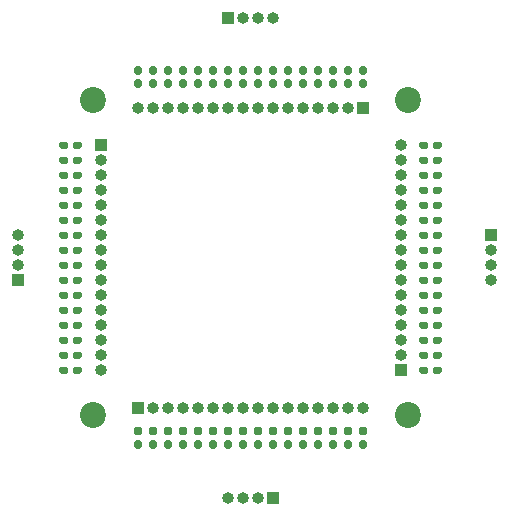
<source format=gbs>
%TF.GenerationSoftware,KiCad,Pcbnew,5.1.10*%
%TF.CreationDate,2021-10-22T01:17:49+03:00*%
%TF.ProjectId,breakouts_qfp,62726561-6b6f-4757-9473-5f7166702e6b,rev?*%
%TF.SameCoordinates,Original*%
%TF.FileFunction,Soldermask,Bot*%
%TF.FilePolarity,Negative*%
%FSLAX46Y46*%
G04 Gerber Fmt 4.6, Leading zero omitted, Abs format (unit mm)*
G04 Created by KiCad (PCBNEW 5.1.10) date 2021-10-22 01:17:49*
%MOMM*%
%LPD*%
G01*
G04 APERTURE LIST*
%ADD10O,1.000000X1.000000*%
%ADD11R,1.000000X1.000000*%
%ADD12C,2.200000*%
G04 APERTURE END LIST*
D10*
%TO.C,J8*%
X151130000Y-73025000D03*
X151130000Y-71755000D03*
X151130000Y-70485000D03*
D11*
X151130000Y-69215000D03*
%TD*%
D10*
%TO.C,J7*%
X128905000Y-91440000D03*
X130175000Y-91440000D03*
X131445000Y-91440000D03*
D11*
X132715000Y-91440000D03*
%TD*%
D10*
%TO.C,J6*%
X132715000Y-50800000D03*
X131445000Y-50800000D03*
X130175000Y-50800000D03*
D11*
X128905000Y-50800000D03*
%TD*%
D10*
%TO.C,J5*%
X111125000Y-69215000D03*
X111125000Y-70485000D03*
X111125000Y-71755000D03*
D11*
X111125000Y-73025000D03*
%TD*%
%TO.C,JP64*%
G36*
G01*
X140490000Y-86160000D02*
X140180000Y-86160000D01*
G75*
G02*
X140025000Y-86005000I0J155000D01*
G01*
X140025000Y-85580000D01*
G75*
G02*
X140180000Y-85425000I155000J0D01*
G01*
X140490000Y-85425000D01*
G75*
G02*
X140645000Y-85580000I0J-155000D01*
G01*
X140645000Y-86005000D01*
G75*
G02*
X140490000Y-86160000I-155000J0D01*
G01*
G37*
G36*
G01*
X140490000Y-87295000D02*
X140180000Y-87295000D01*
G75*
G02*
X140025000Y-87140000I0J155000D01*
G01*
X140025000Y-86715000D01*
G75*
G02*
X140180000Y-86560000I155000J0D01*
G01*
X140490000Y-86560000D01*
G75*
G02*
X140645000Y-86715000I0J-155000D01*
G01*
X140645000Y-87140000D01*
G75*
G02*
X140490000Y-87295000I-155000J0D01*
G01*
G37*
%TD*%
%TO.C,JP63*%
G36*
G01*
X139220000Y-86160000D02*
X138910000Y-86160000D01*
G75*
G02*
X138755000Y-86005000I0J155000D01*
G01*
X138755000Y-85580000D01*
G75*
G02*
X138910000Y-85425000I155000J0D01*
G01*
X139220000Y-85425000D01*
G75*
G02*
X139375000Y-85580000I0J-155000D01*
G01*
X139375000Y-86005000D01*
G75*
G02*
X139220000Y-86160000I-155000J0D01*
G01*
G37*
G36*
G01*
X139220000Y-87295000D02*
X138910000Y-87295000D01*
G75*
G02*
X138755000Y-87140000I0J155000D01*
G01*
X138755000Y-86715000D01*
G75*
G02*
X138910000Y-86560000I155000J0D01*
G01*
X139220000Y-86560000D01*
G75*
G02*
X139375000Y-86715000I0J-155000D01*
G01*
X139375000Y-87140000D01*
G75*
G02*
X139220000Y-87295000I-155000J0D01*
G01*
G37*
%TD*%
%TO.C,JP62*%
G36*
G01*
X137950000Y-86160000D02*
X137640000Y-86160000D01*
G75*
G02*
X137485000Y-86005000I0J155000D01*
G01*
X137485000Y-85580000D01*
G75*
G02*
X137640000Y-85425000I155000J0D01*
G01*
X137950000Y-85425000D01*
G75*
G02*
X138105000Y-85580000I0J-155000D01*
G01*
X138105000Y-86005000D01*
G75*
G02*
X137950000Y-86160000I-155000J0D01*
G01*
G37*
G36*
G01*
X137950000Y-87295000D02*
X137640000Y-87295000D01*
G75*
G02*
X137485000Y-87140000I0J155000D01*
G01*
X137485000Y-86715000D01*
G75*
G02*
X137640000Y-86560000I155000J0D01*
G01*
X137950000Y-86560000D01*
G75*
G02*
X138105000Y-86715000I0J-155000D01*
G01*
X138105000Y-87140000D01*
G75*
G02*
X137950000Y-87295000I-155000J0D01*
G01*
G37*
%TD*%
%TO.C,JP61*%
G36*
G01*
X136680000Y-86160000D02*
X136370000Y-86160000D01*
G75*
G02*
X136215000Y-86005000I0J155000D01*
G01*
X136215000Y-85580000D01*
G75*
G02*
X136370000Y-85425000I155000J0D01*
G01*
X136680000Y-85425000D01*
G75*
G02*
X136835000Y-85580000I0J-155000D01*
G01*
X136835000Y-86005000D01*
G75*
G02*
X136680000Y-86160000I-155000J0D01*
G01*
G37*
G36*
G01*
X136680000Y-87295000D02*
X136370000Y-87295000D01*
G75*
G02*
X136215000Y-87140000I0J155000D01*
G01*
X136215000Y-86715000D01*
G75*
G02*
X136370000Y-86560000I155000J0D01*
G01*
X136680000Y-86560000D01*
G75*
G02*
X136835000Y-86715000I0J-155000D01*
G01*
X136835000Y-87140000D01*
G75*
G02*
X136680000Y-87295000I-155000J0D01*
G01*
G37*
%TD*%
%TO.C,JP60*%
G36*
G01*
X135410000Y-86160000D02*
X135100000Y-86160000D01*
G75*
G02*
X134945000Y-86005000I0J155000D01*
G01*
X134945000Y-85580000D01*
G75*
G02*
X135100000Y-85425000I155000J0D01*
G01*
X135410000Y-85425000D01*
G75*
G02*
X135565000Y-85580000I0J-155000D01*
G01*
X135565000Y-86005000D01*
G75*
G02*
X135410000Y-86160000I-155000J0D01*
G01*
G37*
G36*
G01*
X135410000Y-87295000D02*
X135100000Y-87295000D01*
G75*
G02*
X134945000Y-87140000I0J155000D01*
G01*
X134945000Y-86715000D01*
G75*
G02*
X135100000Y-86560000I155000J0D01*
G01*
X135410000Y-86560000D01*
G75*
G02*
X135565000Y-86715000I0J-155000D01*
G01*
X135565000Y-87140000D01*
G75*
G02*
X135410000Y-87295000I-155000J0D01*
G01*
G37*
%TD*%
%TO.C,JP59*%
G36*
G01*
X134140000Y-86160000D02*
X133830000Y-86160000D01*
G75*
G02*
X133675000Y-86005000I0J155000D01*
G01*
X133675000Y-85580000D01*
G75*
G02*
X133830000Y-85425000I155000J0D01*
G01*
X134140000Y-85425000D01*
G75*
G02*
X134295000Y-85580000I0J-155000D01*
G01*
X134295000Y-86005000D01*
G75*
G02*
X134140000Y-86160000I-155000J0D01*
G01*
G37*
G36*
G01*
X134140000Y-87295000D02*
X133830000Y-87295000D01*
G75*
G02*
X133675000Y-87140000I0J155000D01*
G01*
X133675000Y-86715000D01*
G75*
G02*
X133830000Y-86560000I155000J0D01*
G01*
X134140000Y-86560000D01*
G75*
G02*
X134295000Y-86715000I0J-155000D01*
G01*
X134295000Y-87140000D01*
G75*
G02*
X134140000Y-87295000I-155000J0D01*
G01*
G37*
%TD*%
%TO.C,JP58*%
G36*
G01*
X132870000Y-86160000D02*
X132560000Y-86160000D01*
G75*
G02*
X132405000Y-86005000I0J155000D01*
G01*
X132405000Y-85580000D01*
G75*
G02*
X132560000Y-85425000I155000J0D01*
G01*
X132870000Y-85425000D01*
G75*
G02*
X133025000Y-85580000I0J-155000D01*
G01*
X133025000Y-86005000D01*
G75*
G02*
X132870000Y-86160000I-155000J0D01*
G01*
G37*
G36*
G01*
X132870000Y-87295000D02*
X132560000Y-87295000D01*
G75*
G02*
X132405000Y-87140000I0J155000D01*
G01*
X132405000Y-86715000D01*
G75*
G02*
X132560000Y-86560000I155000J0D01*
G01*
X132870000Y-86560000D01*
G75*
G02*
X133025000Y-86715000I0J-155000D01*
G01*
X133025000Y-87140000D01*
G75*
G02*
X132870000Y-87295000I-155000J0D01*
G01*
G37*
%TD*%
%TO.C,JP57*%
G36*
G01*
X131600000Y-86160000D02*
X131290000Y-86160000D01*
G75*
G02*
X131135000Y-86005000I0J155000D01*
G01*
X131135000Y-85580000D01*
G75*
G02*
X131290000Y-85425000I155000J0D01*
G01*
X131600000Y-85425000D01*
G75*
G02*
X131755000Y-85580000I0J-155000D01*
G01*
X131755000Y-86005000D01*
G75*
G02*
X131600000Y-86160000I-155000J0D01*
G01*
G37*
G36*
G01*
X131600000Y-87295000D02*
X131290000Y-87295000D01*
G75*
G02*
X131135000Y-87140000I0J155000D01*
G01*
X131135000Y-86715000D01*
G75*
G02*
X131290000Y-86560000I155000J0D01*
G01*
X131600000Y-86560000D01*
G75*
G02*
X131755000Y-86715000I0J-155000D01*
G01*
X131755000Y-87140000D01*
G75*
G02*
X131600000Y-87295000I-155000J0D01*
G01*
G37*
%TD*%
%TO.C,JP56*%
G36*
G01*
X130330000Y-86160000D02*
X130020000Y-86160000D01*
G75*
G02*
X129865000Y-86005000I0J155000D01*
G01*
X129865000Y-85580000D01*
G75*
G02*
X130020000Y-85425000I155000J0D01*
G01*
X130330000Y-85425000D01*
G75*
G02*
X130485000Y-85580000I0J-155000D01*
G01*
X130485000Y-86005000D01*
G75*
G02*
X130330000Y-86160000I-155000J0D01*
G01*
G37*
G36*
G01*
X130330000Y-87295000D02*
X130020000Y-87295000D01*
G75*
G02*
X129865000Y-87140000I0J155000D01*
G01*
X129865000Y-86715000D01*
G75*
G02*
X130020000Y-86560000I155000J0D01*
G01*
X130330000Y-86560000D01*
G75*
G02*
X130485000Y-86715000I0J-155000D01*
G01*
X130485000Y-87140000D01*
G75*
G02*
X130330000Y-87295000I-155000J0D01*
G01*
G37*
%TD*%
%TO.C,JP55*%
G36*
G01*
X129060000Y-86160000D02*
X128750000Y-86160000D01*
G75*
G02*
X128595000Y-86005000I0J155000D01*
G01*
X128595000Y-85580000D01*
G75*
G02*
X128750000Y-85425000I155000J0D01*
G01*
X129060000Y-85425000D01*
G75*
G02*
X129215000Y-85580000I0J-155000D01*
G01*
X129215000Y-86005000D01*
G75*
G02*
X129060000Y-86160000I-155000J0D01*
G01*
G37*
G36*
G01*
X129060000Y-87295000D02*
X128750000Y-87295000D01*
G75*
G02*
X128595000Y-87140000I0J155000D01*
G01*
X128595000Y-86715000D01*
G75*
G02*
X128750000Y-86560000I155000J0D01*
G01*
X129060000Y-86560000D01*
G75*
G02*
X129215000Y-86715000I0J-155000D01*
G01*
X129215000Y-87140000D01*
G75*
G02*
X129060000Y-87295000I-155000J0D01*
G01*
G37*
%TD*%
%TO.C,JP54*%
G36*
G01*
X127790000Y-86160000D02*
X127480000Y-86160000D01*
G75*
G02*
X127325000Y-86005000I0J155000D01*
G01*
X127325000Y-85580000D01*
G75*
G02*
X127480000Y-85425000I155000J0D01*
G01*
X127790000Y-85425000D01*
G75*
G02*
X127945000Y-85580000I0J-155000D01*
G01*
X127945000Y-86005000D01*
G75*
G02*
X127790000Y-86160000I-155000J0D01*
G01*
G37*
G36*
G01*
X127790000Y-87295000D02*
X127480000Y-87295000D01*
G75*
G02*
X127325000Y-87140000I0J155000D01*
G01*
X127325000Y-86715000D01*
G75*
G02*
X127480000Y-86560000I155000J0D01*
G01*
X127790000Y-86560000D01*
G75*
G02*
X127945000Y-86715000I0J-155000D01*
G01*
X127945000Y-87140000D01*
G75*
G02*
X127790000Y-87295000I-155000J0D01*
G01*
G37*
%TD*%
%TO.C,JP53*%
G36*
G01*
X126520000Y-86160000D02*
X126210000Y-86160000D01*
G75*
G02*
X126055000Y-86005000I0J155000D01*
G01*
X126055000Y-85580000D01*
G75*
G02*
X126210000Y-85425000I155000J0D01*
G01*
X126520000Y-85425000D01*
G75*
G02*
X126675000Y-85580000I0J-155000D01*
G01*
X126675000Y-86005000D01*
G75*
G02*
X126520000Y-86160000I-155000J0D01*
G01*
G37*
G36*
G01*
X126520000Y-87295000D02*
X126210000Y-87295000D01*
G75*
G02*
X126055000Y-87140000I0J155000D01*
G01*
X126055000Y-86715000D01*
G75*
G02*
X126210000Y-86560000I155000J0D01*
G01*
X126520000Y-86560000D01*
G75*
G02*
X126675000Y-86715000I0J-155000D01*
G01*
X126675000Y-87140000D01*
G75*
G02*
X126520000Y-87295000I-155000J0D01*
G01*
G37*
%TD*%
%TO.C,JP52*%
G36*
G01*
X125250000Y-86160000D02*
X124940000Y-86160000D01*
G75*
G02*
X124785000Y-86005000I0J155000D01*
G01*
X124785000Y-85580000D01*
G75*
G02*
X124940000Y-85425000I155000J0D01*
G01*
X125250000Y-85425000D01*
G75*
G02*
X125405000Y-85580000I0J-155000D01*
G01*
X125405000Y-86005000D01*
G75*
G02*
X125250000Y-86160000I-155000J0D01*
G01*
G37*
G36*
G01*
X125250000Y-87295000D02*
X124940000Y-87295000D01*
G75*
G02*
X124785000Y-87140000I0J155000D01*
G01*
X124785000Y-86715000D01*
G75*
G02*
X124940000Y-86560000I155000J0D01*
G01*
X125250000Y-86560000D01*
G75*
G02*
X125405000Y-86715000I0J-155000D01*
G01*
X125405000Y-87140000D01*
G75*
G02*
X125250000Y-87295000I-155000J0D01*
G01*
G37*
%TD*%
%TO.C,JP51*%
G36*
G01*
X123980000Y-86160000D02*
X123670000Y-86160000D01*
G75*
G02*
X123515000Y-86005000I0J155000D01*
G01*
X123515000Y-85580000D01*
G75*
G02*
X123670000Y-85425000I155000J0D01*
G01*
X123980000Y-85425000D01*
G75*
G02*
X124135000Y-85580000I0J-155000D01*
G01*
X124135000Y-86005000D01*
G75*
G02*
X123980000Y-86160000I-155000J0D01*
G01*
G37*
G36*
G01*
X123980000Y-87295000D02*
X123670000Y-87295000D01*
G75*
G02*
X123515000Y-87140000I0J155000D01*
G01*
X123515000Y-86715000D01*
G75*
G02*
X123670000Y-86560000I155000J0D01*
G01*
X123980000Y-86560000D01*
G75*
G02*
X124135000Y-86715000I0J-155000D01*
G01*
X124135000Y-87140000D01*
G75*
G02*
X123980000Y-87295000I-155000J0D01*
G01*
G37*
%TD*%
%TO.C,JP50*%
G36*
G01*
X122710000Y-86160000D02*
X122400000Y-86160000D01*
G75*
G02*
X122245000Y-86005000I0J155000D01*
G01*
X122245000Y-85580000D01*
G75*
G02*
X122400000Y-85425000I155000J0D01*
G01*
X122710000Y-85425000D01*
G75*
G02*
X122865000Y-85580000I0J-155000D01*
G01*
X122865000Y-86005000D01*
G75*
G02*
X122710000Y-86160000I-155000J0D01*
G01*
G37*
G36*
G01*
X122710000Y-87295000D02*
X122400000Y-87295000D01*
G75*
G02*
X122245000Y-87140000I0J155000D01*
G01*
X122245000Y-86715000D01*
G75*
G02*
X122400000Y-86560000I155000J0D01*
G01*
X122710000Y-86560000D01*
G75*
G02*
X122865000Y-86715000I0J-155000D01*
G01*
X122865000Y-87140000D01*
G75*
G02*
X122710000Y-87295000I-155000J0D01*
G01*
G37*
%TD*%
%TO.C,JP49*%
G36*
G01*
X121440000Y-86160000D02*
X121130000Y-86160000D01*
G75*
G02*
X120975000Y-86005000I0J155000D01*
G01*
X120975000Y-85580000D01*
G75*
G02*
X121130000Y-85425000I155000J0D01*
G01*
X121440000Y-85425000D01*
G75*
G02*
X121595000Y-85580000I0J-155000D01*
G01*
X121595000Y-86005000D01*
G75*
G02*
X121440000Y-86160000I-155000J0D01*
G01*
G37*
G36*
G01*
X121440000Y-87295000D02*
X121130000Y-87295000D01*
G75*
G02*
X120975000Y-87140000I0J155000D01*
G01*
X120975000Y-86715000D01*
G75*
G02*
X121130000Y-86560000I155000J0D01*
G01*
X121440000Y-86560000D01*
G75*
G02*
X121595000Y-86715000I0J-155000D01*
G01*
X121595000Y-87140000D01*
G75*
G02*
X121440000Y-87295000I-155000J0D01*
G01*
G37*
%TD*%
%TO.C,JP48*%
G36*
G01*
X145850000Y-80490000D02*
X145850000Y-80800000D01*
G75*
G02*
X145695000Y-80955000I-155000J0D01*
G01*
X145270000Y-80955000D01*
G75*
G02*
X145115000Y-80800000I0J155000D01*
G01*
X145115000Y-80490000D01*
G75*
G02*
X145270000Y-80335000I155000J0D01*
G01*
X145695000Y-80335000D01*
G75*
G02*
X145850000Y-80490000I0J-155000D01*
G01*
G37*
G36*
G01*
X146985000Y-80490000D02*
X146985000Y-80800000D01*
G75*
G02*
X146830000Y-80955000I-155000J0D01*
G01*
X146405000Y-80955000D01*
G75*
G02*
X146250000Y-80800000I0J155000D01*
G01*
X146250000Y-80490000D01*
G75*
G02*
X146405000Y-80335000I155000J0D01*
G01*
X146830000Y-80335000D01*
G75*
G02*
X146985000Y-80490000I0J-155000D01*
G01*
G37*
%TD*%
%TO.C,JP47*%
G36*
G01*
X115770000Y-80800000D02*
X115770000Y-80490000D01*
G75*
G02*
X115925000Y-80335000I155000J0D01*
G01*
X116350000Y-80335000D01*
G75*
G02*
X116505000Y-80490000I0J-155000D01*
G01*
X116505000Y-80800000D01*
G75*
G02*
X116350000Y-80955000I-155000J0D01*
G01*
X115925000Y-80955000D01*
G75*
G02*
X115770000Y-80800000I0J155000D01*
G01*
G37*
G36*
G01*
X114635000Y-80800000D02*
X114635000Y-80490000D01*
G75*
G02*
X114790000Y-80335000I155000J0D01*
G01*
X115215000Y-80335000D01*
G75*
G02*
X115370000Y-80490000I0J-155000D01*
G01*
X115370000Y-80800000D01*
G75*
G02*
X115215000Y-80955000I-155000J0D01*
G01*
X114790000Y-80955000D01*
G75*
G02*
X114635000Y-80800000I0J155000D01*
G01*
G37*
%TD*%
%TO.C,JP46*%
G36*
G01*
X145850000Y-79220000D02*
X145850000Y-79530000D01*
G75*
G02*
X145695000Y-79685000I-155000J0D01*
G01*
X145270000Y-79685000D01*
G75*
G02*
X145115000Y-79530000I0J155000D01*
G01*
X145115000Y-79220000D01*
G75*
G02*
X145270000Y-79065000I155000J0D01*
G01*
X145695000Y-79065000D01*
G75*
G02*
X145850000Y-79220000I0J-155000D01*
G01*
G37*
G36*
G01*
X146985000Y-79220000D02*
X146985000Y-79530000D01*
G75*
G02*
X146830000Y-79685000I-155000J0D01*
G01*
X146405000Y-79685000D01*
G75*
G02*
X146250000Y-79530000I0J155000D01*
G01*
X146250000Y-79220000D01*
G75*
G02*
X146405000Y-79065000I155000J0D01*
G01*
X146830000Y-79065000D01*
G75*
G02*
X146985000Y-79220000I0J-155000D01*
G01*
G37*
%TD*%
%TO.C,JP45*%
G36*
G01*
X115770000Y-79530000D02*
X115770000Y-79220000D01*
G75*
G02*
X115925000Y-79065000I155000J0D01*
G01*
X116350000Y-79065000D01*
G75*
G02*
X116505000Y-79220000I0J-155000D01*
G01*
X116505000Y-79530000D01*
G75*
G02*
X116350000Y-79685000I-155000J0D01*
G01*
X115925000Y-79685000D01*
G75*
G02*
X115770000Y-79530000I0J155000D01*
G01*
G37*
G36*
G01*
X114635000Y-79530000D02*
X114635000Y-79220000D01*
G75*
G02*
X114790000Y-79065000I155000J0D01*
G01*
X115215000Y-79065000D01*
G75*
G02*
X115370000Y-79220000I0J-155000D01*
G01*
X115370000Y-79530000D01*
G75*
G02*
X115215000Y-79685000I-155000J0D01*
G01*
X114790000Y-79685000D01*
G75*
G02*
X114635000Y-79530000I0J155000D01*
G01*
G37*
%TD*%
%TO.C,JP44*%
G36*
G01*
X145850000Y-77950000D02*
X145850000Y-78260000D01*
G75*
G02*
X145695000Y-78415000I-155000J0D01*
G01*
X145270000Y-78415000D01*
G75*
G02*
X145115000Y-78260000I0J155000D01*
G01*
X145115000Y-77950000D01*
G75*
G02*
X145270000Y-77795000I155000J0D01*
G01*
X145695000Y-77795000D01*
G75*
G02*
X145850000Y-77950000I0J-155000D01*
G01*
G37*
G36*
G01*
X146985000Y-77950000D02*
X146985000Y-78260000D01*
G75*
G02*
X146830000Y-78415000I-155000J0D01*
G01*
X146405000Y-78415000D01*
G75*
G02*
X146250000Y-78260000I0J155000D01*
G01*
X146250000Y-77950000D01*
G75*
G02*
X146405000Y-77795000I155000J0D01*
G01*
X146830000Y-77795000D01*
G75*
G02*
X146985000Y-77950000I0J-155000D01*
G01*
G37*
%TD*%
%TO.C,JP43*%
G36*
G01*
X115770000Y-78260000D02*
X115770000Y-77950000D01*
G75*
G02*
X115925000Y-77795000I155000J0D01*
G01*
X116350000Y-77795000D01*
G75*
G02*
X116505000Y-77950000I0J-155000D01*
G01*
X116505000Y-78260000D01*
G75*
G02*
X116350000Y-78415000I-155000J0D01*
G01*
X115925000Y-78415000D01*
G75*
G02*
X115770000Y-78260000I0J155000D01*
G01*
G37*
G36*
G01*
X114635000Y-78260000D02*
X114635000Y-77950000D01*
G75*
G02*
X114790000Y-77795000I155000J0D01*
G01*
X115215000Y-77795000D01*
G75*
G02*
X115370000Y-77950000I0J-155000D01*
G01*
X115370000Y-78260000D01*
G75*
G02*
X115215000Y-78415000I-155000J0D01*
G01*
X114790000Y-78415000D01*
G75*
G02*
X114635000Y-78260000I0J155000D01*
G01*
G37*
%TD*%
%TO.C,JP42*%
G36*
G01*
X145850000Y-76680000D02*
X145850000Y-76990000D01*
G75*
G02*
X145695000Y-77145000I-155000J0D01*
G01*
X145270000Y-77145000D01*
G75*
G02*
X145115000Y-76990000I0J155000D01*
G01*
X145115000Y-76680000D01*
G75*
G02*
X145270000Y-76525000I155000J0D01*
G01*
X145695000Y-76525000D01*
G75*
G02*
X145850000Y-76680000I0J-155000D01*
G01*
G37*
G36*
G01*
X146985000Y-76680000D02*
X146985000Y-76990000D01*
G75*
G02*
X146830000Y-77145000I-155000J0D01*
G01*
X146405000Y-77145000D01*
G75*
G02*
X146250000Y-76990000I0J155000D01*
G01*
X146250000Y-76680000D01*
G75*
G02*
X146405000Y-76525000I155000J0D01*
G01*
X146830000Y-76525000D01*
G75*
G02*
X146985000Y-76680000I0J-155000D01*
G01*
G37*
%TD*%
%TO.C,JP41*%
G36*
G01*
X115770000Y-76990000D02*
X115770000Y-76680000D01*
G75*
G02*
X115925000Y-76525000I155000J0D01*
G01*
X116350000Y-76525000D01*
G75*
G02*
X116505000Y-76680000I0J-155000D01*
G01*
X116505000Y-76990000D01*
G75*
G02*
X116350000Y-77145000I-155000J0D01*
G01*
X115925000Y-77145000D01*
G75*
G02*
X115770000Y-76990000I0J155000D01*
G01*
G37*
G36*
G01*
X114635000Y-76990000D02*
X114635000Y-76680000D01*
G75*
G02*
X114790000Y-76525000I155000J0D01*
G01*
X115215000Y-76525000D01*
G75*
G02*
X115370000Y-76680000I0J-155000D01*
G01*
X115370000Y-76990000D01*
G75*
G02*
X115215000Y-77145000I-155000J0D01*
G01*
X114790000Y-77145000D01*
G75*
G02*
X114635000Y-76990000I0J155000D01*
G01*
G37*
%TD*%
%TO.C,JP40*%
G36*
G01*
X145850000Y-75410000D02*
X145850000Y-75720000D01*
G75*
G02*
X145695000Y-75875000I-155000J0D01*
G01*
X145270000Y-75875000D01*
G75*
G02*
X145115000Y-75720000I0J155000D01*
G01*
X145115000Y-75410000D01*
G75*
G02*
X145270000Y-75255000I155000J0D01*
G01*
X145695000Y-75255000D01*
G75*
G02*
X145850000Y-75410000I0J-155000D01*
G01*
G37*
G36*
G01*
X146985000Y-75410000D02*
X146985000Y-75720000D01*
G75*
G02*
X146830000Y-75875000I-155000J0D01*
G01*
X146405000Y-75875000D01*
G75*
G02*
X146250000Y-75720000I0J155000D01*
G01*
X146250000Y-75410000D01*
G75*
G02*
X146405000Y-75255000I155000J0D01*
G01*
X146830000Y-75255000D01*
G75*
G02*
X146985000Y-75410000I0J-155000D01*
G01*
G37*
%TD*%
%TO.C,JP39*%
G36*
G01*
X115770000Y-75720000D02*
X115770000Y-75410000D01*
G75*
G02*
X115925000Y-75255000I155000J0D01*
G01*
X116350000Y-75255000D01*
G75*
G02*
X116505000Y-75410000I0J-155000D01*
G01*
X116505000Y-75720000D01*
G75*
G02*
X116350000Y-75875000I-155000J0D01*
G01*
X115925000Y-75875000D01*
G75*
G02*
X115770000Y-75720000I0J155000D01*
G01*
G37*
G36*
G01*
X114635000Y-75720000D02*
X114635000Y-75410000D01*
G75*
G02*
X114790000Y-75255000I155000J0D01*
G01*
X115215000Y-75255000D01*
G75*
G02*
X115370000Y-75410000I0J-155000D01*
G01*
X115370000Y-75720000D01*
G75*
G02*
X115215000Y-75875000I-155000J0D01*
G01*
X114790000Y-75875000D01*
G75*
G02*
X114635000Y-75720000I0J155000D01*
G01*
G37*
%TD*%
%TO.C,JP38*%
G36*
G01*
X145850000Y-74140000D02*
X145850000Y-74450000D01*
G75*
G02*
X145695000Y-74605000I-155000J0D01*
G01*
X145270000Y-74605000D01*
G75*
G02*
X145115000Y-74450000I0J155000D01*
G01*
X145115000Y-74140000D01*
G75*
G02*
X145270000Y-73985000I155000J0D01*
G01*
X145695000Y-73985000D01*
G75*
G02*
X145850000Y-74140000I0J-155000D01*
G01*
G37*
G36*
G01*
X146985000Y-74140000D02*
X146985000Y-74450000D01*
G75*
G02*
X146830000Y-74605000I-155000J0D01*
G01*
X146405000Y-74605000D01*
G75*
G02*
X146250000Y-74450000I0J155000D01*
G01*
X146250000Y-74140000D01*
G75*
G02*
X146405000Y-73985000I155000J0D01*
G01*
X146830000Y-73985000D01*
G75*
G02*
X146985000Y-74140000I0J-155000D01*
G01*
G37*
%TD*%
%TO.C,JP37*%
G36*
G01*
X115770000Y-74450000D02*
X115770000Y-74140000D01*
G75*
G02*
X115925000Y-73985000I155000J0D01*
G01*
X116350000Y-73985000D01*
G75*
G02*
X116505000Y-74140000I0J-155000D01*
G01*
X116505000Y-74450000D01*
G75*
G02*
X116350000Y-74605000I-155000J0D01*
G01*
X115925000Y-74605000D01*
G75*
G02*
X115770000Y-74450000I0J155000D01*
G01*
G37*
G36*
G01*
X114635000Y-74450000D02*
X114635000Y-74140000D01*
G75*
G02*
X114790000Y-73985000I155000J0D01*
G01*
X115215000Y-73985000D01*
G75*
G02*
X115370000Y-74140000I0J-155000D01*
G01*
X115370000Y-74450000D01*
G75*
G02*
X115215000Y-74605000I-155000J0D01*
G01*
X114790000Y-74605000D01*
G75*
G02*
X114635000Y-74450000I0J155000D01*
G01*
G37*
%TD*%
%TO.C,JP36*%
G36*
G01*
X145850000Y-72870000D02*
X145850000Y-73180000D01*
G75*
G02*
X145695000Y-73335000I-155000J0D01*
G01*
X145270000Y-73335000D01*
G75*
G02*
X145115000Y-73180000I0J155000D01*
G01*
X145115000Y-72870000D01*
G75*
G02*
X145270000Y-72715000I155000J0D01*
G01*
X145695000Y-72715000D01*
G75*
G02*
X145850000Y-72870000I0J-155000D01*
G01*
G37*
G36*
G01*
X146985000Y-72870000D02*
X146985000Y-73180000D01*
G75*
G02*
X146830000Y-73335000I-155000J0D01*
G01*
X146405000Y-73335000D01*
G75*
G02*
X146250000Y-73180000I0J155000D01*
G01*
X146250000Y-72870000D01*
G75*
G02*
X146405000Y-72715000I155000J0D01*
G01*
X146830000Y-72715000D01*
G75*
G02*
X146985000Y-72870000I0J-155000D01*
G01*
G37*
%TD*%
%TO.C,JP35*%
G36*
G01*
X115770000Y-73180000D02*
X115770000Y-72870000D01*
G75*
G02*
X115925000Y-72715000I155000J0D01*
G01*
X116350000Y-72715000D01*
G75*
G02*
X116505000Y-72870000I0J-155000D01*
G01*
X116505000Y-73180000D01*
G75*
G02*
X116350000Y-73335000I-155000J0D01*
G01*
X115925000Y-73335000D01*
G75*
G02*
X115770000Y-73180000I0J155000D01*
G01*
G37*
G36*
G01*
X114635000Y-73180000D02*
X114635000Y-72870000D01*
G75*
G02*
X114790000Y-72715000I155000J0D01*
G01*
X115215000Y-72715000D01*
G75*
G02*
X115370000Y-72870000I0J-155000D01*
G01*
X115370000Y-73180000D01*
G75*
G02*
X115215000Y-73335000I-155000J0D01*
G01*
X114790000Y-73335000D01*
G75*
G02*
X114635000Y-73180000I0J155000D01*
G01*
G37*
%TD*%
%TO.C,JP34*%
G36*
G01*
X145850000Y-71600000D02*
X145850000Y-71910000D01*
G75*
G02*
X145695000Y-72065000I-155000J0D01*
G01*
X145270000Y-72065000D01*
G75*
G02*
X145115000Y-71910000I0J155000D01*
G01*
X145115000Y-71600000D01*
G75*
G02*
X145270000Y-71445000I155000J0D01*
G01*
X145695000Y-71445000D01*
G75*
G02*
X145850000Y-71600000I0J-155000D01*
G01*
G37*
G36*
G01*
X146985000Y-71600000D02*
X146985000Y-71910000D01*
G75*
G02*
X146830000Y-72065000I-155000J0D01*
G01*
X146405000Y-72065000D01*
G75*
G02*
X146250000Y-71910000I0J155000D01*
G01*
X146250000Y-71600000D01*
G75*
G02*
X146405000Y-71445000I155000J0D01*
G01*
X146830000Y-71445000D01*
G75*
G02*
X146985000Y-71600000I0J-155000D01*
G01*
G37*
%TD*%
%TO.C,JP33*%
G36*
G01*
X115770000Y-71910000D02*
X115770000Y-71600000D01*
G75*
G02*
X115925000Y-71445000I155000J0D01*
G01*
X116350000Y-71445000D01*
G75*
G02*
X116505000Y-71600000I0J-155000D01*
G01*
X116505000Y-71910000D01*
G75*
G02*
X116350000Y-72065000I-155000J0D01*
G01*
X115925000Y-72065000D01*
G75*
G02*
X115770000Y-71910000I0J155000D01*
G01*
G37*
G36*
G01*
X114635000Y-71910000D02*
X114635000Y-71600000D01*
G75*
G02*
X114790000Y-71445000I155000J0D01*
G01*
X115215000Y-71445000D01*
G75*
G02*
X115370000Y-71600000I0J-155000D01*
G01*
X115370000Y-71910000D01*
G75*
G02*
X115215000Y-72065000I-155000J0D01*
G01*
X114790000Y-72065000D01*
G75*
G02*
X114635000Y-71910000I0J155000D01*
G01*
G37*
%TD*%
%TO.C,JP32*%
G36*
G01*
X145850000Y-70330000D02*
X145850000Y-70640000D01*
G75*
G02*
X145695000Y-70795000I-155000J0D01*
G01*
X145270000Y-70795000D01*
G75*
G02*
X145115000Y-70640000I0J155000D01*
G01*
X145115000Y-70330000D01*
G75*
G02*
X145270000Y-70175000I155000J0D01*
G01*
X145695000Y-70175000D01*
G75*
G02*
X145850000Y-70330000I0J-155000D01*
G01*
G37*
G36*
G01*
X146985000Y-70330000D02*
X146985000Y-70640000D01*
G75*
G02*
X146830000Y-70795000I-155000J0D01*
G01*
X146405000Y-70795000D01*
G75*
G02*
X146250000Y-70640000I0J155000D01*
G01*
X146250000Y-70330000D01*
G75*
G02*
X146405000Y-70175000I155000J0D01*
G01*
X146830000Y-70175000D01*
G75*
G02*
X146985000Y-70330000I0J-155000D01*
G01*
G37*
%TD*%
%TO.C,JP31*%
G36*
G01*
X115770000Y-70640000D02*
X115770000Y-70330000D01*
G75*
G02*
X115925000Y-70175000I155000J0D01*
G01*
X116350000Y-70175000D01*
G75*
G02*
X116505000Y-70330000I0J-155000D01*
G01*
X116505000Y-70640000D01*
G75*
G02*
X116350000Y-70795000I-155000J0D01*
G01*
X115925000Y-70795000D01*
G75*
G02*
X115770000Y-70640000I0J155000D01*
G01*
G37*
G36*
G01*
X114635000Y-70640000D02*
X114635000Y-70330000D01*
G75*
G02*
X114790000Y-70175000I155000J0D01*
G01*
X115215000Y-70175000D01*
G75*
G02*
X115370000Y-70330000I0J-155000D01*
G01*
X115370000Y-70640000D01*
G75*
G02*
X115215000Y-70795000I-155000J0D01*
G01*
X114790000Y-70795000D01*
G75*
G02*
X114635000Y-70640000I0J155000D01*
G01*
G37*
%TD*%
%TO.C,JP30*%
G36*
G01*
X145850000Y-69060000D02*
X145850000Y-69370000D01*
G75*
G02*
X145695000Y-69525000I-155000J0D01*
G01*
X145270000Y-69525000D01*
G75*
G02*
X145115000Y-69370000I0J155000D01*
G01*
X145115000Y-69060000D01*
G75*
G02*
X145270000Y-68905000I155000J0D01*
G01*
X145695000Y-68905000D01*
G75*
G02*
X145850000Y-69060000I0J-155000D01*
G01*
G37*
G36*
G01*
X146985000Y-69060000D02*
X146985000Y-69370000D01*
G75*
G02*
X146830000Y-69525000I-155000J0D01*
G01*
X146405000Y-69525000D01*
G75*
G02*
X146250000Y-69370000I0J155000D01*
G01*
X146250000Y-69060000D01*
G75*
G02*
X146405000Y-68905000I155000J0D01*
G01*
X146830000Y-68905000D01*
G75*
G02*
X146985000Y-69060000I0J-155000D01*
G01*
G37*
%TD*%
%TO.C,JP29*%
G36*
G01*
X115770000Y-69370000D02*
X115770000Y-69060000D01*
G75*
G02*
X115925000Y-68905000I155000J0D01*
G01*
X116350000Y-68905000D01*
G75*
G02*
X116505000Y-69060000I0J-155000D01*
G01*
X116505000Y-69370000D01*
G75*
G02*
X116350000Y-69525000I-155000J0D01*
G01*
X115925000Y-69525000D01*
G75*
G02*
X115770000Y-69370000I0J155000D01*
G01*
G37*
G36*
G01*
X114635000Y-69370000D02*
X114635000Y-69060000D01*
G75*
G02*
X114790000Y-68905000I155000J0D01*
G01*
X115215000Y-68905000D01*
G75*
G02*
X115370000Y-69060000I0J-155000D01*
G01*
X115370000Y-69370000D01*
G75*
G02*
X115215000Y-69525000I-155000J0D01*
G01*
X114790000Y-69525000D01*
G75*
G02*
X114635000Y-69370000I0J155000D01*
G01*
G37*
%TD*%
%TO.C,JP28*%
G36*
G01*
X145850000Y-67790000D02*
X145850000Y-68100000D01*
G75*
G02*
X145695000Y-68255000I-155000J0D01*
G01*
X145270000Y-68255000D01*
G75*
G02*
X145115000Y-68100000I0J155000D01*
G01*
X145115000Y-67790000D01*
G75*
G02*
X145270000Y-67635000I155000J0D01*
G01*
X145695000Y-67635000D01*
G75*
G02*
X145850000Y-67790000I0J-155000D01*
G01*
G37*
G36*
G01*
X146985000Y-67790000D02*
X146985000Y-68100000D01*
G75*
G02*
X146830000Y-68255000I-155000J0D01*
G01*
X146405000Y-68255000D01*
G75*
G02*
X146250000Y-68100000I0J155000D01*
G01*
X146250000Y-67790000D01*
G75*
G02*
X146405000Y-67635000I155000J0D01*
G01*
X146830000Y-67635000D01*
G75*
G02*
X146985000Y-67790000I0J-155000D01*
G01*
G37*
%TD*%
%TO.C,JP27*%
G36*
G01*
X115770000Y-68100000D02*
X115770000Y-67790000D01*
G75*
G02*
X115925000Y-67635000I155000J0D01*
G01*
X116350000Y-67635000D01*
G75*
G02*
X116505000Y-67790000I0J-155000D01*
G01*
X116505000Y-68100000D01*
G75*
G02*
X116350000Y-68255000I-155000J0D01*
G01*
X115925000Y-68255000D01*
G75*
G02*
X115770000Y-68100000I0J155000D01*
G01*
G37*
G36*
G01*
X114635000Y-68100000D02*
X114635000Y-67790000D01*
G75*
G02*
X114790000Y-67635000I155000J0D01*
G01*
X115215000Y-67635000D01*
G75*
G02*
X115370000Y-67790000I0J-155000D01*
G01*
X115370000Y-68100000D01*
G75*
G02*
X115215000Y-68255000I-155000J0D01*
G01*
X114790000Y-68255000D01*
G75*
G02*
X114635000Y-68100000I0J155000D01*
G01*
G37*
%TD*%
%TO.C,JP26*%
G36*
G01*
X145850000Y-66520000D02*
X145850000Y-66830000D01*
G75*
G02*
X145695000Y-66985000I-155000J0D01*
G01*
X145270000Y-66985000D01*
G75*
G02*
X145115000Y-66830000I0J155000D01*
G01*
X145115000Y-66520000D01*
G75*
G02*
X145270000Y-66365000I155000J0D01*
G01*
X145695000Y-66365000D01*
G75*
G02*
X145850000Y-66520000I0J-155000D01*
G01*
G37*
G36*
G01*
X146985000Y-66520000D02*
X146985000Y-66830000D01*
G75*
G02*
X146830000Y-66985000I-155000J0D01*
G01*
X146405000Y-66985000D01*
G75*
G02*
X146250000Y-66830000I0J155000D01*
G01*
X146250000Y-66520000D01*
G75*
G02*
X146405000Y-66365000I155000J0D01*
G01*
X146830000Y-66365000D01*
G75*
G02*
X146985000Y-66520000I0J-155000D01*
G01*
G37*
%TD*%
%TO.C,JP25*%
G36*
G01*
X115770000Y-66830000D02*
X115770000Y-66520000D01*
G75*
G02*
X115925000Y-66365000I155000J0D01*
G01*
X116350000Y-66365000D01*
G75*
G02*
X116505000Y-66520000I0J-155000D01*
G01*
X116505000Y-66830000D01*
G75*
G02*
X116350000Y-66985000I-155000J0D01*
G01*
X115925000Y-66985000D01*
G75*
G02*
X115770000Y-66830000I0J155000D01*
G01*
G37*
G36*
G01*
X114635000Y-66830000D02*
X114635000Y-66520000D01*
G75*
G02*
X114790000Y-66365000I155000J0D01*
G01*
X115215000Y-66365000D01*
G75*
G02*
X115370000Y-66520000I0J-155000D01*
G01*
X115370000Y-66830000D01*
G75*
G02*
X115215000Y-66985000I-155000J0D01*
G01*
X114790000Y-66985000D01*
G75*
G02*
X114635000Y-66830000I0J155000D01*
G01*
G37*
%TD*%
%TO.C,JP24*%
G36*
G01*
X145850000Y-65250000D02*
X145850000Y-65560000D01*
G75*
G02*
X145695000Y-65715000I-155000J0D01*
G01*
X145270000Y-65715000D01*
G75*
G02*
X145115000Y-65560000I0J155000D01*
G01*
X145115000Y-65250000D01*
G75*
G02*
X145270000Y-65095000I155000J0D01*
G01*
X145695000Y-65095000D01*
G75*
G02*
X145850000Y-65250000I0J-155000D01*
G01*
G37*
G36*
G01*
X146985000Y-65250000D02*
X146985000Y-65560000D01*
G75*
G02*
X146830000Y-65715000I-155000J0D01*
G01*
X146405000Y-65715000D01*
G75*
G02*
X146250000Y-65560000I0J155000D01*
G01*
X146250000Y-65250000D01*
G75*
G02*
X146405000Y-65095000I155000J0D01*
G01*
X146830000Y-65095000D01*
G75*
G02*
X146985000Y-65250000I0J-155000D01*
G01*
G37*
%TD*%
%TO.C,JP23*%
G36*
G01*
X115770000Y-65560000D02*
X115770000Y-65250000D01*
G75*
G02*
X115925000Y-65095000I155000J0D01*
G01*
X116350000Y-65095000D01*
G75*
G02*
X116505000Y-65250000I0J-155000D01*
G01*
X116505000Y-65560000D01*
G75*
G02*
X116350000Y-65715000I-155000J0D01*
G01*
X115925000Y-65715000D01*
G75*
G02*
X115770000Y-65560000I0J155000D01*
G01*
G37*
G36*
G01*
X114635000Y-65560000D02*
X114635000Y-65250000D01*
G75*
G02*
X114790000Y-65095000I155000J0D01*
G01*
X115215000Y-65095000D01*
G75*
G02*
X115370000Y-65250000I0J-155000D01*
G01*
X115370000Y-65560000D01*
G75*
G02*
X115215000Y-65715000I-155000J0D01*
G01*
X114790000Y-65715000D01*
G75*
G02*
X114635000Y-65560000I0J155000D01*
G01*
G37*
%TD*%
%TO.C,JP22*%
G36*
G01*
X145850000Y-63980000D02*
X145850000Y-64290000D01*
G75*
G02*
X145695000Y-64445000I-155000J0D01*
G01*
X145270000Y-64445000D01*
G75*
G02*
X145115000Y-64290000I0J155000D01*
G01*
X145115000Y-63980000D01*
G75*
G02*
X145270000Y-63825000I155000J0D01*
G01*
X145695000Y-63825000D01*
G75*
G02*
X145850000Y-63980000I0J-155000D01*
G01*
G37*
G36*
G01*
X146985000Y-63980000D02*
X146985000Y-64290000D01*
G75*
G02*
X146830000Y-64445000I-155000J0D01*
G01*
X146405000Y-64445000D01*
G75*
G02*
X146250000Y-64290000I0J155000D01*
G01*
X146250000Y-63980000D01*
G75*
G02*
X146405000Y-63825000I155000J0D01*
G01*
X146830000Y-63825000D01*
G75*
G02*
X146985000Y-63980000I0J-155000D01*
G01*
G37*
%TD*%
%TO.C,JP21*%
G36*
G01*
X115770000Y-64290000D02*
X115770000Y-63980000D01*
G75*
G02*
X115925000Y-63825000I155000J0D01*
G01*
X116350000Y-63825000D01*
G75*
G02*
X116505000Y-63980000I0J-155000D01*
G01*
X116505000Y-64290000D01*
G75*
G02*
X116350000Y-64445000I-155000J0D01*
G01*
X115925000Y-64445000D01*
G75*
G02*
X115770000Y-64290000I0J155000D01*
G01*
G37*
G36*
G01*
X114635000Y-64290000D02*
X114635000Y-63980000D01*
G75*
G02*
X114790000Y-63825000I155000J0D01*
G01*
X115215000Y-63825000D01*
G75*
G02*
X115370000Y-63980000I0J-155000D01*
G01*
X115370000Y-64290000D01*
G75*
G02*
X115215000Y-64445000I-155000J0D01*
G01*
X114790000Y-64445000D01*
G75*
G02*
X114635000Y-64290000I0J155000D01*
G01*
G37*
%TD*%
%TO.C,JP20*%
G36*
G01*
X145850000Y-62710000D02*
X145850000Y-63020000D01*
G75*
G02*
X145695000Y-63175000I-155000J0D01*
G01*
X145270000Y-63175000D01*
G75*
G02*
X145115000Y-63020000I0J155000D01*
G01*
X145115000Y-62710000D01*
G75*
G02*
X145270000Y-62555000I155000J0D01*
G01*
X145695000Y-62555000D01*
G75*
G02*
X145850000Y-62710000I0J-155000D01*
G01*
G37*
G36*
G01*
X146985000Y-62710000D02*
X146985000Y-63020000D01*
G75*
G02*
X146830000Y-63175000I-155000J0D01*
G01*
X146405000Y-63175000D01*
G75*
G02*
X146250000Y-63020000I0J155000D01*
G01*
X146250000Y-62710000D01*
G75*
G02*
X146405000Y-62555000I155000J0D01*
G01*
X146830000Y-62555000D01*
G75*
G02*
X146985000Y-62710000I0J-155000D01*
G01*
G37*
%TD*%
%TO.C,JP19*%
G36*
G01*
X115770000Y-63020000D02*
X115770000Y-62710000D01*
G75*
G02*
X115925000Y-62555000I155000J0D01*
G01*
X116350000Y-62555000D01*
G75*
G02*
X116505000Y-62710000I0J-155000D01*
G01*
X116505000Y-63020000D01*
G75*
G02*
X116350000Y-63175000I-155000J0D01*
G01*
X115925000Y-63175000D01*
G75*
G02*
X115770000Y-63020000I0J155000D01*
G01*
G37*
G36*
G01*
X114635000Y-63020000D02*
X114635000Y-62710000D01*
G75*
G02*
X114790000Y-62555000I155000J0D01*
G01*
X115215000Y-62555000D01*
G75*
G02*
X115370000Y-62710000I0J-155000D01*
G01*
X115370000Y-63020000D01*
G75*
G02*
X115215000Y-63175000I-155000J0D01*
G01*
X114790000Y-63175000D01*
G75*
G02*
X114635000Y-63020000I0J155000D01*
G01*
G37*
%TD*%
%TO.C,JP18*%
G36*
G01*
X145850000Y-61440000D02*
X145850000Y-61750000D01*
G75*
G02*
X145695000Y-61905000I-155000J0D01*
G01*
X145270000Y-61905000D01*
G75*
G02*
X145115000Y-61750000I0J155000D01*
G01*
X145115000Y-61440000D01*
G75*
G02*
X145270000Y-61285000I155000J0D01*
G01*
X145695000Y-61285000D01*
G75*
G02*
X145850000Y-61440000I0J-155000D01*
G01*
G37*
G36*
G01*
X146985000Y-61440000D02*
X146985000Y-61750000D01*
G75*
G02*
X146830000Y-61905000I-155000J0D01*
G01*
X146405000Y-61905000D01*
G75*
G02*
X146250000Y-61750000I0J155000D01*
G01*
X146250000Y-61440000D01*
G75*
G02*
X146405000Y-61285000I155000J0D01*
G01*
X146830000Y-61285000D01*
G75*
G02*
X146985000Y-61440000I0J-155000D01*
G01*
G37*
%TD*%
%TO.C,JP17*%
G36*
G01*
X115770000Y-61750000D02*
X115770000Y-61440000D01*
G75*
G02*
X115925000Y-61285000I155000J0D01*
G01*
X116350000Y-61285000D01*
G75*
G02*
X116505000Y-61440000I0J-155000D01*
G01*
X116505000Y-61750000D01*
G75*
G02*
X116350000Y-61905000I-155000J0D01*
G01*
X115925000Y-61905000D01*
G75*
G02*
X115770000Y-61750000I0J155000D01*
G01*
G37*
G36*
G01*
X114635000Y-61750000D02*
X114635000Y-61440000D01*
G75*
G02*
X114790000Y-61285000I155000J0D01*
G01*
X115215000Y-61285000D01*
G75*
G02*
X115370000Y-61440000I0J-155000D01*
G01*
X115370000Y-61750000D01*
G75*
G02*
X115215000Y-61905000I-155000J0D01*
G01*
X114790000Y-61905000D01*
G75*
G02*
X114635000Y-61750000I0J155000D01*
G01*
G37*
%TD*%
%TO.C,JP16*%
G36*
G01*
X140180000Y-56012500D02*
X140490000Y-56012500D01*
G75*
G02*
X140645000Y-56167500I0J-155000D01*
G01*
X140645000Y-56592500D01*
G75*
G02*
X140490000Y-56747500I-155000J0D01*
G01*
X140180000Y-56747500D01*
G75*
G02*
X140025000Y-56592500I0J155000D01*
G01*
X140025000Y-56167500D01*
G75*
G02*
X140180000Y-56012500I155000J0D01*
G01*
G37*
G36*
G01*
X140180000Y-54877500D02*
X140490000Y-54877500D01*
G75*
G02*
X140645000Y-55032500I0J-155000D01*
G01*
X140645000Y-55457500D01*
G75*
G02*
X140490000Y-55612500I-155000J0D01*
G01*
X140180000Y-55612500D01*
G75*
G02*
X140025000Y-55457500I0J155000D01*
G01*
X140025000Y-55032500D01*
G75*
G02*
X140180000Y-54877500I155000J0D01*
G01*
G37*
%TD*%
%TO.C,JP15*%
G36*
G01*
X138910000Y-56012500D02*
X139220000Y-56012500D01*
G75*
G02*
X139375000Y-56167500I0J-155000D01*
G01*
X139375000Y-56592500D01*
G75*
G02*
X139220000Y-56747500I-155000J0D01*
G01*
X138910000Y-56747500D01*
G75*
G02*
X138755000Y-56592500I0J155000D01*
G01*
X138755000Y-56167500D01*
G75*
G02*
X138910000Y-56012500I155000J0D01*
G01*
G37*
G36*
G01*
X138910000Y-54877500D02*
X139220000Y-54877500D01*
G75*
G02*
X139375000Y-55032500I0J-155000D01*
G01*
X139375000Y-55457500D01*
G75*
G02*
X139220000Y-55612500I-155000J0D01*
G01*
X138910000Y-55612500D01*
G75*
G02*
X138755000Y-55457500I0J155000D01*
G01*
X138755000Y-55032500D01*
G75*
G02*
X138910000Y-54877500I155000J0D01*
G01*
G37*
%TD*%
%TO.C,JP14*%
G36*
G01*
X137640000Y-56012500D02*
X137950000Y-56012500D01*
G75*
G02*
X138105000Y-56167500I0J-155000D01*
G01*
X138105000Y-56592500D01*
G75*
G02*
X137950000Y-56747500I-155000J0D01*
G01*
X137640000Y-56747500D01*
G75*
G02*
X137485000Y-56592500I0J155000D01*
G01*
X137485000Y-56167500D01*
G75*
G02*
X137640000Y-56012500I155000J0D01*
G01*
G37*
G36*
G01*
X137640000Y-54877500D02*
X137950000Y-54877500D01*
G75*
G02*
X138105000Y-55032500I0J-155000D01*
G01*
X138105000Y-55457500D01*
G75*
G02*
X137950000Y-55612500I-155000J0D01*
G01*
X137640000Y-55612500D01*
G75*
G02*
X137485000Y-55457500I0J155000D01*
G01*
X137485000Y-55032500D01*
G75*
G02*
X137640000Y-54877500I155000J0D01*
G01*
G37*
%TD*%
%TO.C,JP13*%
G36*
G01*
X136370000Y-56012500D02*
X136680000Y-56012500D01*
G75*
G02*
X136835000Y-56167500I0J-155000D01*
G01*
X136835000Y-56592500D01*
G75*
G02*
X136680000Y-56747500I-155000J0D01*
G01*
X136370000Y-56747500D01*
G75*
G02*
X136215000Y-56592500I0J155000D01*
G01*
X136215000Y-56167500D01*
G75*
G02*
X136370000Y-56012500I155000J0D01*
G01*
G37*
G36*
G01*
X136370000Y-54877500D02*
X136680000Y-54877500D01*
G75*
G02*
X136835000Y-55032500I0J-155000D01*
G01*
X136835000Y-55457500D01*
G75*
G02*
X136680000Y-55612500I-155000J0D01*
G01*
X136370000Y-55612500D01*
G75*
G02*
X136215000Y-55457500I0J155000D01*
G01*
X136215000Y-55032500D01*
G75*
G02*
X136370000Y-54877500I155000J0D01*
G01*
G37*
%TD*%
%TO.C,JP12*%
G36*
G01*
X135100000Y-56012500D02*
X135410000Y-56012500D01*
G75*
G02*
X135565000Y-56167500I0J-155000D01*
G01*
X135565000Y-56592500D01*
G75*
G02*
X135410000Y-56747500I-155000J0D01*
G01*
X135100000Y-56747500D01*
G75*
G02*
X134945000Y-56592500I0J155000D01*
G01*
X134945000Y-56167500D01*
G75*
G02*
X135100000Y-56012500I155000J0D01*
G01*
G37*
G36*
G01*
X135100000Y-54877500D02*
X135410000Y-54877500D01*
G75*
G02*
X135565000Y-55032500I0J-155000D01*
G01*
X135565000Y-55457500D01*
G75*
G02*
X135410000Y-55612500I-155000J0D01*
G01*
X135100000Y-55612500D01*
G75*
G02*
X134945000Y-55457500I0J155000D01*
G01*
X134945000Y-55032500D01*
G75*
G02*
X135100000Y-54877500I155000J0D01*
G01*
G37*
%TD*%
%TO.C,JP11*%
G36*
G01*
X133830000Y-56012500D02*
X134140000Y-56012500D01*
G75*
G02*
X134295000Y-56167500I0J-155000D01*
G01*
X134295000Y-56592500D01*
G75*
G02*
X134140000Y-56747500I-155000J0D01*
G01*
X133830000Y-56747500D01*
G75*
G02*
X133675000Y-56592500I0J155000D01*
G01*
X133675000Y-56167500D01*
G75*
G02*
X133830000Y-56012500I155000J0D01*
G01*
G37*
G36*
G01*
X133830000Y-54877500D02*
X134140000Y-54877500D01*
G75*
G02*
X134295000Y-55032500I0J-155000D01*
G01*
X134295000Y-55457500D01*
G75*
G02*
X134140000Y-55612500I-155000J0D01*
G01*
X133830000Y-55612500D01*
G75*
G02*
X133675000Y-55457500I0J155000D01*
G01*
X133675000Y-55032500D01*
G75*
G02*
X133830000Y-54877500I155000J0D01*
G01*
G37*
%TD*%
%TO.C,JP10*%
G36*
G01*
X132560000Y-56012500D02*
X132870000Y-56012500D01*
G75*
G02*
X133025000Y-56167500I0J-155000D01*
G01*
X133025000Y-56592500D01*
G75*
G02*
X132870000Y-56747500I-155000J0D01*
G01*
X132560000Y-56747500D01*
G75*
G02*
X132405000Y-56592500I0J155000D01*
G01*
X132405000Y-56167500D01*
G75*
G02*
X132560000Y-56012500I155000J0D01*
G01*
G37*
G36*
G01*
X132560000Y-54877500D02*
X132870000Y-54877500D01*
G75*
G02*
X133025000Y-55032500I0J-155000D01*
G01*
X133025000Y-55457500D01*
G75*
G02*
X132870000Y-55612500I-155000J0D01*
G01*
X132560000Y-55612500D01*
G75*
G02*
X132405000Y-55457500I0J155000D01*
G01*
X132405000Y-55032500D01*
G75*
G02*
X132560000Y-54877500I155000J0D01*
G01*
G37*
%TD*%
%TO.C,JP9*%
G36*
G01*
X131290000Y-56012500D02*
X131600000Y-56012500D01*
G75*
G02*
X131755000Y-56167500I0J-155000D01*
G01*
X131755000Y-56592500D01*
G75*
G02*
X131600000Y-56747500I-155000J0D01*
G01*
X131290000Y-56747500D01*
G75*
G02*
X131135000Y-56592500I0J155000D01*
G01*
X131135000Y-56167500D01*
G75*
G02*
X131290000Y-56012500I155000J0D01*
G01*
G37*
G36*
G01*
X131290000Y-54877500D02*
X131600000Y-54877500D01*
G75*
G02*
X131755000Y-55032500I0J-155000D01*
G01*
X131755000Y-55457500D01*
G75*
G02*
X131600000Y-55612500I-155000J0D01*
G01*
X131290000Y-55612500D01*
G75*
G02*
X131135000Y-55457500I0J155000D01*
G01*
X131135000Y-55032500D01*
G75*
G02*
X131290000Y-54877500I155000J0D01*
G01*
G37*
%TD*%
%TO.C,JP8*%
G36*
G01*
X130020000Y-56012500D02*
X130330000Y-56012500D01*
G75*
G02*
X130485000Y-56167500I0J-155000D01*
G01*
X130485000Y-56592500D01*
G75*
G02*
X130330000Y-56747500I-155000J0D01*
G01*
X130020000Y-56747500D01*
G75*
G02*
X129865000Y-56592500I0J155000D01*
G01*
X129865000Y-56167500D01*
G75*
G02*
X130020000Y-56012500I155000J0D01*
G01*
G37*
G36*
G01*
X130020000Y-54877500D02*
X130330000Y-54877500D01*
G75*
G02*
X130485000Y-55032500I0J-155000D01*
G01*
X130485000Y-55457500D01*
G75*
G02*
X130330000Y-55612500I-155000J0D01*
G01*
X130020000Y-55612500D01*
G75*
G02*
X129865000Y-55457500I0J155000D01*
G01*
X129865000Y-55032500D01*
G75*
G02*
X130020000Y-54877500I155000J0D01*
G01*
G37*
%TD*%
%TO.C,JP7*%
G36*
G01*
X128750000Y-56012500D02*
X129060000Y-56012500D01*
G75*
G02*
X129215000Y-56167500I0J-155000D01*
G01*
X129215000Y-56592500D01*
G75*
G02*
X129060000Y-56747500I-155000J0D01*
G01*
X128750000Y-56747500D01*
G75*
G02*
X128595000Y-56592500I0J155000D01*
G01*
X128595000Y-56167500D01*
G75*
G02*
X128750000Y-56012500I155000J0D01*
G01*
G37*
G36*
G01*
X128750000Y-54877500D02*
X129060000Y-54877500D01*
G75*
G02*
X129215000Y-55032500I0J-155000D01*
G01*
X129215000Y-55457500D01*
G75*
G02*
X129060000Y-55612500I-155000J0D01*
G01*
X128750000Y-55612500D01*
G75*
G02*
X128595000Y-55457500I0J155000D01*
G01*
X128595000Y-55032500D01*
G75*
G02*
X128750000Y-54877500I155000J0D01*
G01*
G37*
%TD*%
%TO.C,JP6*%
G36*
G01*
X127480000Y-56012500D02*
X127790000Y-56012500D01*
G75*
G02*
X127945000Y-56167500I0J-155000D01*
G01*
X127945000Y-56592500D01*
G75*
G02*
X127790000Y-56747500I-155000J0D01*
G01*
X127480000Y-56747500D01*
G75*
G02*
X127325000Y-56592500I0J155000D01*
G01*
X127325000Y-56167500D01*
G75*
G02*
X127480000Y-56012500I155000J0D01*
G01*
G37*
G36*
G01*
X127480000Y-54877500D02*
X127790000Y-54877500D01*
G75*
G02*
X127945000Y-55032500I0J-155000D01*
G01*
X127945000Y-55457500D01*
G75*
G02*
X127790000Y-55612500I-155000J0D01*
G01*
X127480000Y-55612500D01*
G75*
G02*
X127325000Y-55457500I0J155000D01*
G01*
X127325000Y-55032500D01*
G75*
G02*
X127480000Y-54877500I155000J0D01*
G01*
G37*
%TD*%
%TO.C,JP5*%
G36*
G01*
X126210000Y-56012500D02*
X126520000Y-56012500D01*
G75*
G02*
X126675000Y-56167500I0J-155000D01*
G01*
X126675000Y-56592500D01*
G75*
G02*
X126520000Y-56747500I-155000J0D01*
G01*
X126210000Y-56747500D01*
G75*
G02*
X126055000Y-56592500I0J155000D01*
G01*
X126055000Y-56167500D01*
G75*
G02*
X126210000Y-56012500I155000J0D01*
G01*
G37*
G36*
G01*
X126210000Y-54877500D02*
X126520000Y-54877500D01*
G75*
G02*
X126675000Y-55032500I0J-155000D01*
G01*
X126675000Y-55457500D01*
G75*
G02*
X126520000Y-55612500I-155000J0D01*
G01*
X126210000Y-55612500D01*
G75*
G02*
X126055000Y-55457500I0J155000D01*
G01*
X126055000Y-55032500D01*
G75*
G02*
X126210000Y-54877500I155000J0D01*
G01*
G37*
%TD*%
%TO.C,JP4*%
G36*
G01*
X124940000Y-56012500D02*
X125250000Y-56012500D01*
G75*
G02*
X125405000Y-56167500I0J-155000D01*
G01*
X125405000Y-56592500D01*
G75*
G02*
X125250000Y-56747500I-155000J0D01*
G01*
X124940000Y-56747500D01*
G75*
G02*
X124785000Y-56592500I0J155000D01*
G01*
X124785000Y-56167500D01*
G75*
G02*
X124940000Y-56012500I155000J0D01*
G01*
G37*
G36*
G01*
X124940000Y-54877500D02*
X125250000Y-54877500D01*
G75*
G02*
X125405000Y-55032500I0J-155000D01*
G01*
X125405000Y-55457500D01*
G75*
G02*
X125250000Y-55612500I-155000J0D01*
G01*
X124940000Y-55612500D01*
G75*
G02*
X124785000Y-55457500I0J155000D01*
G01*
X124785000Y-55032500D01*
G75*
G02*
X124940000Y-54877500I155000J0D01*
G01*
G37*
%TD*%
%TO.C,JP3*%
G36*
G01*
X123670000Y-56012500D02*
X123980000Y-56012500D01*
G75*
G02*
X124135000Y-56167500I0J-155000D01*
G01*
X124135000Y-56592500D01*
G75*
G02*
X123980000Y-56747500I-155000J0D01*
G01*
X123670000Y-56747500D01*
G75*
G02*
X123515000Y-56592500I0J155000D01*
G01*
X123515000Y-56167500D01*
G75*
G02*
X123670000Y-56012500I155000J0D01*
G01*
G37*
G36*
G01*
X123670000Y-54877500D02*
X123980000Y-54877500D01*
G75*
G02*
X124135000Y-55032500I0J-155000D01*
G01*
X124135000Y-55457500D01*
G75*
G02*
X123980000Y-55612500I-155000J0D01*
G01*
X123670000Y-55612500D01*
G75*
G02*
X123515000Y-55457500I0J155000D01*
G01*
X123515000Y-55032500D01*
G75*
G02*
X123670000Y-54877500I155000J0D01*
G01*
G37*
%TD*%
%TO.C,JP2*%
G36*
G01*
X122400000Y-56012500D02*
X122710000Y-56012500D01*
G75*
G02*
X122865000Y-56167500I0J-155000D01*
G01*
X122865000Y-56592500D01*
G75*
G02*
X122710000Y-56747500I-155000J0D01*
G01*
X122400000Y-56747500D01*
G75*
G02*
X122245000Y-56592500I0J155000D01*
G01*
X122245000Y-56167500D01*
G75*
G02*
X122400000Y-56012500I155000J0D01*
G01*
G37*
G36*
G01*
X122400000Y-54877500D02*
X122710000Y-54877500D01*
G75*
G02*
X122865000Y-55032500I0J-155000D01*
G01*
X122865000Y-55457500D01*
G75*
G02*
X122710000Y-55612500I-155000J0D01*
G01*
X122400000Y-55612500D01*
G75*
G02*
X122245000Y-55457500I0J155000D01*
G01*
X122245000Y-55032500D01*
G75*
G02*
X122400000Y-54877500I155000J0D01*
G01*
G37*
%TD*%
%TO.C,JP1*%
G36*
G01*
X121130000Y-56012500D02*
X121440000Y-56012500D01*
G75*
G02*
X121595000Y-56167500I0J-155000D01*
G01*
X121595000Y-56592500D01*
G75*
G02*
X121440000Y-56747500I-155000J0D01*
G01*
X121130000Y-56747500D01*
G75*
G02*
X120975000Y-56592500I0J155000D01*
G01*
X120975000Y-56167500D01*
G75*
G02*
X121130000Y-56012500I155000J0D01*
G01*
G37*
G36*
G01*
X121130000Y-54877500D02*
X121440000Y-54877500D01*
G75*
G02*
X121595000Y-55032500I0J-155000D01*
G01*
X121595000Y-55457500D01*
G75*
G02*
X121440000Y-55612500I-155000J0D01*
G01*
X121130000Y-55612500D01*
G75*
G02*
X120975000Y-55457500I0J155000D01*
G01*
X120975000Y-55032500D01*
G75*
G02*
X121130000Y-54877500I155000J0D01*
G01*
G37*
%TD*%
D12*
%TO.C,H4*%
X144145000Y-57785000D03*
%TD*%
%TO.C,H3*%
X144145000Y-84455000D03*
%TD*%
%TO.C,H2*%
X117475000Y-84455000D03*
%TD*%
%TO.C,H1*%
X117475000Y-57785000D03*
%TD*%
D10*
%TO.C,J4*%
X140335000Y-83820000D03*
X139065000Y-83820000D03*
X137795000Y-83820000D03*
X136525000Y-83820000D03*
X135255000Y-83820000D03*
X133985000Y-83820000D03*
X132715000Y-83820000D03*
X131445000Y-83820000D03*
X130175000Y-83820000D03*
X128905000Y-83820000D03*
X127635000Y-83820000D03*
X126365000Y-83820000D03*
X125095000Y-83820000D03*
X123825000Y-83820000D03*
X122555000Y-83820000D03*
D11*
X121285000Y-83820000D03*
%TD*%
D10*
%TO.C,J3*%
X143510000Y-61595000D03*
X143510000Y-62865000D03*
X143510000Y-64135000D03*
X143510000Y-65405000D03*
X143510000Y-66675000D03*
X143510000Y-67945000D03*
X143510000Y-69215000D03*
X143510000Y-70485000D03*
X143510000Y-71755000D03*
X143510000Y-73025000D03*
X143510000Y-74295000D03*
X143510000Y-75565000D03*
X143510000Y-76835000D03*
X143510000Y-78105000D03*
X143510000Y-79375000D03*
D11*
X143510000Y-80645000D03*
%TD*%
D10*
%TO.C,J2*%
X118110000Y-80645000D03*
X118110000Y-79375000D03*
X118110000Y-78105000D03*
X118110000Y-76835000D03*
X118110000Y-75565000D03*
X118110000Y-74295000D03*
X118110000Y-73025000D03*
X118110000Y-71755000D03*
X118110000Y-70485000D03*
X118110000Y-69215000D03*
X118110000Y-67945000D03*
X118110000Y-66675000D03*
X118110000Y-65405000D03*
X118110000Y-64135000D03*
X118110000Y-62865000D03*
D11*
X118110000Y-61595000D03*
%TD*%
D10*
%TO.C,J1*%
X121285000Y-58420000D03*
X122555000Y-58420000D03*
X123825000Y-58420000D03*
X125095000Y-58420000D03*
X126365000Y-58420000D03*
X127635000Y-58420000D03*
X128905000Y-58420000D03*
X130175000Y-58420000D03*
X131445000Y-58420000D03*
X132715000Y-58420000D03*
X133985000Y-58420000D03*
X135255000Y-58420000D03*
X136525000Y-58420000D03*
X137795000Y-58420000D03*
X139065000Y-58420000D03*
D11*
X140335000Y-58420000D03*
%TD*%
M02*

</source>
